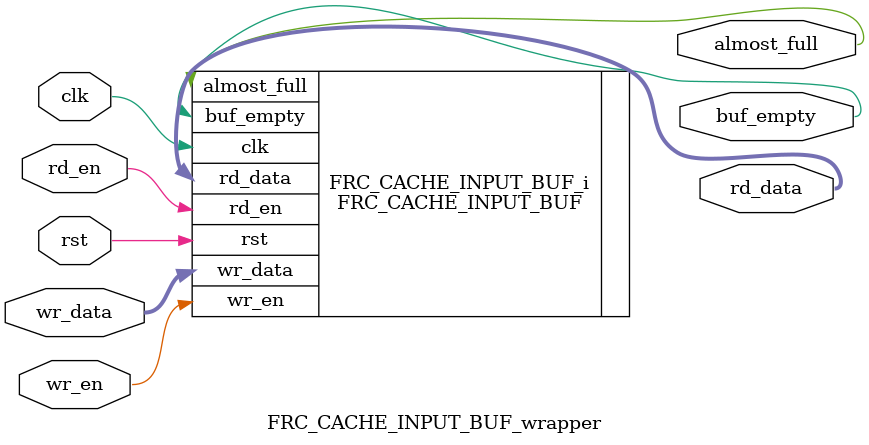
<source format=v>
`timescale 1 ps / 1 ps

module FRC_CACHE_INPUT_BUF_wrapper
   (almost_full,
    buf_empty,
    clk,
    rd_data,
    rd_en,
    rst,
    wr_data,
    wr_en);
  output almost_full;
  output buf_empty;
  input clk;
  output [104:0]rd_data;
  input rd_en;
  input rst;
  input [104:0]wr_data;
  input wr_en;

  wire almost_full;
  wire buf_empty;
  wire clk;
  wire [104:0]rd_data;
  wire rd_en;
  wire rst;
  wire [104:0]wr_data;
  wire wr_en;

  FRC_CACHE_INPUT_BUF FRC_CACHE_INPUT_BUF_i
       (.almost_full(almost_full),
        .buf_empty(buf_empty),
        .clk(clk),
        .rd_data(rd_data),
        .rd_en(rd_en),
        .rst(rst),
        .wr_data(wr_data),
        .wr_en(wr_en));
endmodule

</source>
